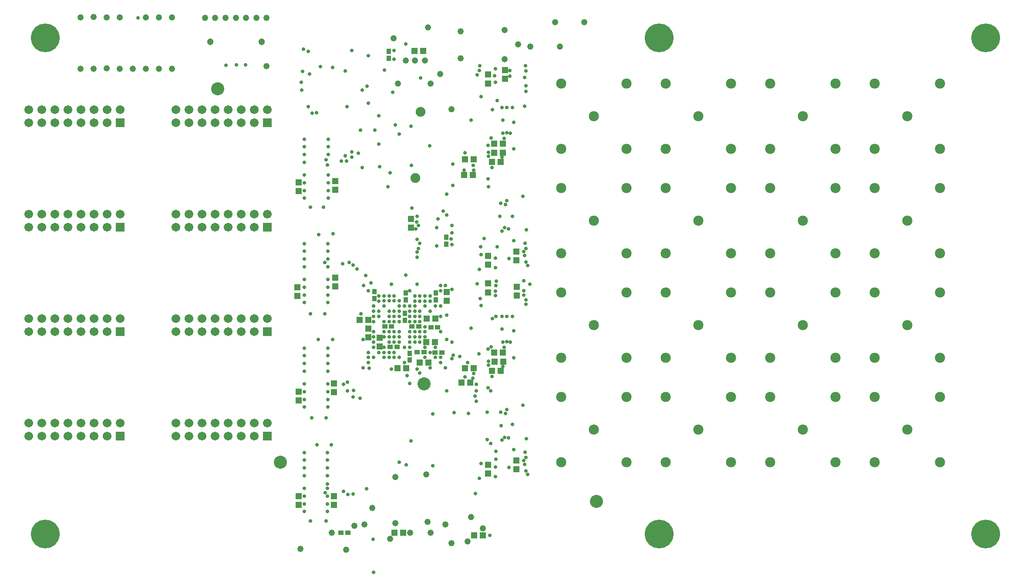
<source format=gbs>
%FSLAX24Y24*%
%MOIN*%
G70*
G01*
G75*
G04 Layer_Color=16711935*
G04 Layer_Color=16711935*
%ADD10R,0.0787X0.0472*%
%ADD11R,0.1240X0.1360*%
%ADD12R,0.0945X0.1024*%
%ADD13R,0.1000X0.1400*%
%ADD14R,0.0300X0.0600*%
%ADD15R,0.0492X0.0165*%
%ADD16C,0.0177*%
%ADD17R,0.0433X0.0394*%
%ADD18R,0.0650X0.0118*%
%ADD19R,0.0472X0.0787*%
%ADD20R,0.0512X0.0630*%
%ADD21R,0.0630X0.0709*%
%ADD22R,0.0787X0.0551*%
%ADD23R,0.0748X0.0197*%
%ADD24R,0.0197X0.0748*%
%ADD25R,0.0709X0.0630*%
%ADD26R,0.0394X0.0433*%
%ADD27R,0.0945X0.0354*%
%ADD28R,0.0669X0.0177*%
%ADD29R,0.0669X0.0177*%
%ADD30R,0.0098X0.0256*%
%ADD31R,0.0472X0.0472*%
%ADD32R,0.1024X0.0945*%
%ADD33C,0.0400*%
%ADD34R,0.0500X0.1449*%
%ADD35R,0.0394X0.1083*%
%ADD36C,0.0080*%
%ADD37C,0.0100*%
%ADD38C,0.0200*%
%ADD39C,0.0060*%
%ADD40C,0.0120*%
%ADD41C,0.0150*%
%ADD42C,0.0110*%
%ADD43C,0.0160*%
%ADD44C,0.0700*%
%ADD45C,0.0669*%
%ADD46C,0.0591*%
%ADD47R,0.0591X0.0591*%
%ADD48C,0.1600*%
%ADD49C,0.0433*%
%ADD50C,0.0200*%
%ADD51R,0.0276X0.0354*%
%ADD52R,0.0354X0.0276*%
%ADD53C,0.0098*%
%ADD54C,0.0079*%
%ADD55C,0.0040*%
%ADD56C,0.0070*%
%ADD57C,0.0600*%
%ADD58C,0.0025*%
%ADD59R,0.0867X0.0552*%
%ADD60R,0.1320X0.1440*%
%ADD61R,0.1025X0.1104*%
%ADD62R,0.1080X0.1480*%
%ADD63R,0.0380X0.0680*%
%ADD64R,0.0572X0.0245*%
%ADD65C,0.0217*%
%ADD66R,0.0513X0.0474*%
%ADD67R,0.0730X0.0198*%
%ADD68R,0.0552X0.0867*%
%ADD69R,0.0592X0.0710*%
%ADD70R,0.0710X0.0789*%
%ADD71R,0.0867X0.0631*%
%ADD72R,0.0828X0.0277*%
%ADD73R,0.0277X0.0828*%
%ADD74R,0.0789X0.0710*%
%ADD75R,0.0474X0.0513*%
%ADD76R,0.1025X0.0434*%
%ADD77R,0.0749X0.0257*%
%ADD78R,0.0749X0.0257*%
%ADD79R,0.0178X0.0336*%
%ADD80R,0.0552X0.0552*%
%ADD81R,0.1104X0.1025*%
%ADD82C,0.1000*%
%ADD83R,0.0580X0.1529*%
%ADD84R,0.0474X0.1163*%
%ADD85C,0.0780*%
%ADD86C,0.0749*%
%ADD87C,0.0671*%
%ADD88R,0.0671X0.0671*%
%ADD89C,0.2200*%
%ADD90C,0.0513*%
%ADD91C,0.0480*%
%ADD92C,0.0280*%
%ADD93R,0.0356X0.0434*%
%ADD94R,0.0434X0.0356*%
D66*
X63035Y64400D02*
D03*
X62365D02*
D03*
Y48400D02*
D03*
X63035D02*
D03*
X62415Y47730D02*
D03*
X63085D02*
D03*
X60800Y47200D02*
D03*
X60131D02*
D03*
X62867Y47000D02*
D03*
X60535Y46100D02*
D03*
X59865D02*
D03*
X62365Y63700D02*
D03*
X63035D02*
D03*
X60800Y63200D02*
D03*
X60131D02*
D03*
X60750Y62000D02*
D03*
X60081D02*
D03*
X62198Y63000D02*
D03*
X62867D02*
D03*
X62198Y47000D02*
D03*
X52735Y50900D02*
D03*
X52065D02*
D03*
X57835Y49200D02*
D03*
X57165D02*
D03*
X57885Y51000D02*
D03*
X57215D02*
D03*
X57352Y47650D02*
D03*
X56683D02*
D03*
X55652Y47200D02*
D03*
X54983D02*
D03*
X56265Y71500D02*
D03*
X56935D02*
D03*
X55417Y34600D02*
D03*
X54748D02*
D03*
X61517Y34400D02*
D03*
X60848D02*
D03*
D75*
X64093Y39465D02*
D03*
Y40134D02*
D03*
X61900Y39817D02*
D03*
Y39148D02*
D03*
Y53700D02*
D03*
Y53031D02*
D03*
X64100Y52765D02*
D03*
Y53435D02*
D03*
X61900Y55817D02*
D03*
Y55148D02*
D03*
X64093Y55465D02*
D03*
Y56134D02*
D03*
X61900Y69031D02*
D03*
Y69700D02*
D03*
X63200Y69365D02*
D03*
Y70035D02*
D03*
X50200Y60865D02*
D03*
Y61535D02*
D03*
X47400Y60765D02*
D03*
Y61435D02*
D03*
X47300Y52748D02*
D03*
Y53417D02*
D03*
X50200Y54152D02*
D03*
Y53483D02*
D03*
X50100Y46035D02*
D03*
Y45365D02*
D03*
X47400Y44748D02*
D03*
Y45417D02*
D03*
X50100Y36748D02*
D03*
Y37417D02*
D03*
X47400Y36748D02*
D03*
Y37417D02*
D03*
X53600Y49535D02*
D03*
Y48865D02*
D03*
X58750Y53035D02*
D03*
Y52365D02*
D03*
X52750Y50235D02*
D03*
Y49565D02*
D03*
X56000Y58635D02*
D03*
Y57965D02*
D03*
D82*
X41200Y68600D02*
D03*
X46000Y40000D02*
D03*
X70200Y37000D02*
D03*
X57000Y46000D02*
D03*
D85*
X94000Y50500D02*
D03*
X91500Y48000D02*
D03*
X96500D02*
D03*
Y53000D02*
D03*
X91500D02*
D03*
X67500Y45000D02*
D03*
Y61000D02*
D03*
X75500Y45000D02*
D03*
Y61000D02*
D03*
X83500Y45000D02*
D03*
Y61000D02*
D03*
X91500Y45000D02*
D03*
Y61000D02*
D03*
X67500Y53000D02*
D03*
Y69000D02*
D03*
X75500Y53000D02*
D03*
Y69000D02*
D03*
X83500Y53000D02*
D03*
Y69000D02*
D03*
X91500D02*
D03*
X96500D02*
D03*
Y64000D02*
D03*
X91500D02*
D03*
X94000Y66500D02*
D03*
X88500Y69000D02*
D03*
Y64000D02*
D03*
X83500D02*
D03*
X86000Y66500D02*
D03*
X80500Y69000D02*
D03*
Y64000D02*
D03*
X75500D02*
D03*
X78000Y66500D02*
D03*
X72500Y69000D02*
D03*
Y64000D02*
D03*
X67500D02*
D03*
X70000Y66500D02*
D03*
X96500Y61000D02*
D03*
Y56000D02*
D03*
X91500D02*
D03*
X94000Y58500D02*
D03*
X88500Y61000D02*
D03*
Y56000D02*
D03*
X83500D02*
D03*
X86000Y58500D02*
D03*
X80500Y61000D02*
D03*
Y56000D02*
D03*
X75500D02*
D03*
X78000Y58500D02*
D03*
X72500Y61000D02*
D03*
Y56000D02*
D03*
X67500D02*
D03*
X70000Y58500D02*
D03*
X72500Y45000D02*
D03*
Y40000D02*
D03*
X67500D02*
D03*
X70000Y42500D02*
D03*
X80500Y45000D02*
D03*
Y40000D02*
D03*
X75500D02*
D03*
X78000Y42500D02*
D03*
X88500Y45000D02*
D03*
Y40000D02*
D03*
X83500D02*
D03*
X86000Y42500D02*
D03*
X96500Y45000D02*
D03*
Y40000D02*
D03*
X91500D02*
D03*
X94000Y42500D02*
D03*
X72500Y53000D02*
D03*
Y48000D02*
D03*
X67500D02*
D03*
X70000Y50500D02*
D03*
X80500Y53000D02*
D03*
Y48000D02*
D03*
X75500D02*
D03*
X78000Y50500D02*
D03*
X88500Y53000D02*
D03*
Y48000D02*
D03*
X83500D02*
D03*
X86000Y50500D02*
D03*
D86*
X56356Y61782D02*
D03*
X56750Y66833D02*
D03*
D87*
X38000Y67000D02*
D03*
Y66000D02*
D03*
X39000Y67000D02*
D03*
Y66000D02*
D03*
X40000Y67000D02*
D03*
Y66000D02*
D03*
X41000Y67000D02*
D03*
Y66000D02*
D03*
X42000Y67000D02*
D03*
Y66000D02*
D03*
X43000Y67000D02*
D03*
Y66000D02*
D03*
X44000Y67000D02*
D03*
Y66000D02*
D03*
X45000Y67000D02*
D03*
X26750D02*
D03*
Y66000D02*
D03*
X27750Y67000D02*
D03*
Y66000D02*
D03*
X28750Y67000D02*
D03*
Y66000D02*
D03*
X29750Y67000D02*
D03*
Y66000D02*
D03*
X30750Y67000D02*
D03*
Y66000D02*
D03*
X31750Y67000D02*
D03*
Y66000D02*
D03*
X32750Y67000D02*
D03*
Y66000D02*
D03*
X33750Y67000D02*
D03*
X38000Y59000D02*
D03*
Y58000D02*
D03*
X39000Y59000D02*
D03*
Y58000D02*
D03*
X40000Y59000D02*
D03*
Y58000D02*
D03*
X41000Y59000D02*
D03*
Y58000D02*
D03*
X42000Y59000D02*
D03*
Y58000D02*
D03*
X43000Y59000D02*
D03*
Y58000D02*
D03*
X44000Y59000D02*
D03*
Y58000D02*
D03*
X45000Y59000D02*
D03*
X26750D02*
D03*
Y58000D02*
D03*
X27750Y59000D02*
D03*
Y58000D02*
D03*
X28750Y59000D02*
D03*
Y58000D02*
D03*
X29750Y59000D02*
D03*
Y58000D02*
D03*
X30750Y59000D02*
D03*
Y58000D02*
D03*
X31750Y59000D02*
D03*
Y58000D02*
D03*
X32750Y59000D02*
D03*
Y58000D02*
D03*
X33750Y59000D02*
D03*
X38000Y51000D02*
D03*
Y50000D02*
D03*
X39000Y51000D02*
D03*
Y50000D02*
D03*
X40000Y51000D02*
D03*
Y50000D02*
D03*
X41000Y51000D02*
D03*
Y50000D02*
D03*
X42000Y51000D02*
D03*
Y50000D02*
D03*
X43000Y51000D02*
D03*
Y50000D02*
D03*
X44000Y51000D02*
D03*
Y50000D02*
D03*
X45000Y51000D02*
D03*
X26750D02*
D03*
Y50000D02*
D03*
X27750Y51000D02*
D03*
Y50000D02*
D03*
X28750Y51000D02*
D03*
Y50000D02*
D03*
X29750Y51000D02*
D03*
Y50000D02*
D03*
X30750Y51000D02*
D03*
Y50000D02*
D03*
X31750Y51000D02*
D03*
Y50000D02*
D03*
X32750Y51000D02*
D03*
Y50000D02*
D03*
X33750Y51000D02*
D03*
X38000Y43000D02*
D03*
Y42000D02*
D03*
X39000Y43000D02*
D03*
Y42000D02*
D03*
X40000Y43000D02*
D03*
Y42000D02*
D03*
X41000Y43000D02*
D03*
Y42000D02*
D03*
X42000Y43000D02*
D03*
Y42000D02*
D03*
X43000Y43000D02*
D03*
Y42000D02*
D03*
X44000Y43000D02*
D03*
Y42000D02*
D03*
X45000Y43000D02*
D03*
X26750D02*
D03*
Y42000D02*
D03*
X27750Y43000D02*
D03*
Y42000D02*
D03*
X28750Y43000D02*
D03*
Y42000D02*
D03*
X29750Y43000D02*
D03*
Y42000D02*
D03*
X30750Y43000D02*
D03*
Y42000D02*
D03*
X31750Y43000D02*
D03*
Y42000D02*
D03*
X32750Y43000D02*
D03*
Y42000D02*
D03*
X33750Y43000D02*
D03*
D88*
X45000Y66000D02*
D03*
X33750D02*
D03*
X45000Y58000D02*
D03*
X33750D02*
D03*
X45000Y50000D02*
D03*
X33750D02*
D03*
X45000Y42000D02*
D03*
X33750D02*
D03*
D89*
X75000Y34500D02*
D03*
Y72500D02*
D03*
X28000Y34500D02*
D03*
Y72500D02*
D03*
X100000Y34500D02*
D03*
Y72500D02*
D03*
D90*
X40631Y72200D02*
D03*
X44569D02*
D03*
D91*
X57500Y69000D02*
D03*
X55000D02*
D03*
X69295Y73724D02*
D03*
X67031D02*
D03*
X67425Y71854D02*
D03*
X65161D02*
D03*
X63192Y70870D02*
D03*
X64227Y72000D02*
D03*
X63190Y73131D02*
D03*
X59810Y70933D02*
D03*
Y73000D02*
D03*
X47539Y33366D02*
D03*
X51050Y33300D02*
D03*
X49954Y34600D02*
D03*
X51673Y35138D02*
D03*
X55958Y34600D02*
D03*
X54429Y34154D02*
D03*
X54823Y35335D02*
D03*
Y38878D02*
D03*
X57185Y39075D02*
D03*
X57283Y35433D02*
D03*
X57526Y34600D02*
D03*
X61516Y34941D02*
D03*
X60603Y35800D02*
D03*
X58661Y35236D02*
D03*
X60335Y33957D02*
D03*
X59100Y33813D02*
D03*
X53051Y36516D02*
D03*
X52461Y35236D02*
D03*
X59126Y67061D02*
D03*
X58231Y69754D02*
D03*
X57310Y73300D02*
D03*
X57087Y70768D02*
D03*
X56299D02*
D03*
X55600Y70778D02*
D03*
X54694Y72471D02*
D03*
X37700Y70150D02*
D03*
X36700D02*
D03*
X35700D02*
D03*
X34700D02*
D03*
X33700D02*
D03*
X32700Y70174D02*
D03*
X31700Y70150D02*
D03*
X30700D02*
D03*
Y74076D02*
D03*
X31700Y74100D02*
D03*
X32700Y74076D02*
D03*
X33700D02*
D03*
X35700D02*
D03*
X36700D02*
D03*
X37700D02*
D03*
X44962Y74039D02*
D03*
X44175D02*
D03*
X43387D02*
D03*
X42600D02*
D03*
X41813D02*
D03*
X41025D02*
D03*
X40238D02*
D03*
X44962Y70361D02*
D03*
D92*
X56750Y69432D02*
D03*
X52165Y51378D02*
D03*
X53150Y50787D02*
D03*
X55512Y51968D02*
D03*
X55118Y51575D02*
D03*
Y51181D02*
D03*
Y50787D02*
D03*
X54724Y51575D02*
D03*
X54331D02*
D03*
X54724Y51181D02*
D03*
X54331D02*
D03*
X53937Y50787D02*
D03*
X54331D02*
D03*
X54724D02*
D03*
X55118Y50000D02*
D03*
X54724D02*
D03*
X54331D02*
D03*
Y49606D02*
D03*
X54724D02*
D03*
X55118D02*
D03*
Y49213D02*
D03*
X54724D02*
D03*
X56693D02*
D03*
X55906D02*
D03*
Y49606D02*
D03*
X56299D02*
D03*
X56693D02*
D03*
X57089Y50396D02*
D03*
X57087Y50000D02*
D03*
X56693D02*
D03*
X56299D02*
D03*
X55906D02*
D03*
X56693Y50787D02*
D03*
Y51181D02*
D03*
Y51575D02*
D03*
X56299D02*
D03*
X55906D02*
D03*
Y51181D02*
D03*
X56299D02*
D03*
Y50787D02*
D03*
X55906D02*
D03*
X58760Y45472D02*
D03*
X60600Y50265D02*
D03*
X63042Y47343D02*
D03*
X61220Y48327D02*
D03*
X61909Y64272D02*
D03*
X53150Y31594D02*
D03*
X53100Y34105D02*
D03*
X56299Y49213D02*
D03*
X55512Y48819D02*
D03*
X55906D02*
D03*
X57677Y39764D02*
D03*
X55646Y39800D02*
D03*
X54528Y53642D02*
D03*
X55600Y72037D02*
D03*
X54708Y70883D02*
D03*
X54721Y71552D02*
D03*
X52756Y71161D02*
D03*
X53967Y70049D02*
D03*
X51476Y71555D02*
D03*
X58268Y53543D02*
D03*
X53937Y50000D02*
D03*
X54331Y49213D02*
D03*
X53937Y48819D02*
D03*
X53543Y48425D02*
D03*
X55512Y47638D02*
D03*
X55906Y46063D02*
D03*
X56693Y46850D02*
D03*
X52268Y68500D02*
D03*
X58661Y47244D02*
D03*
X56496Y47146D02*
D03*
X57087Y48819D02*
D03*
X57480Y48425D02*
D03*
X60335Y47638D02*
D03*
X61024Y45965D02*
D03*
X59154Y49213D02*
D03*
X59744Y48130D02*
D03*
X61024Y45472D02*
D03*
X58760Y49409D02*
D03*
X59252Y48228D02*
D03*
X60925Y45079D02*
D03*
X53543Y64370D02*
D03*
X52756Y67520D02*
D03*
X59154Y47933D02*
D03*
X61030Y44679D02*
D03*
X53937Y51968D02*
D03*
X53543Y52362D02*
D03*
X60750Y46435D02*
D03*
X58268Y50000D02*
D03*
X58760Y58957D02*
D03*
X54232Y61122D02*
D03*
X58268Y48032D02*
D03*
X54823Y65846D02*
D03*
X58465Y59252D02*
D03*
X53600Y62640D02*
D03*
X52657Y68799D02*
D03*
X57874Y48032D02*
D03*
X58268Y47638D02*
D03*
X53543Y66535D02*
D03*
X57480Y52756D02*
D03*
X57087Y52362D02*
D03*
X55118Y65157D02*
D03*
X52953Y53740D02*
D03*
X53543Y52756D02*
D03*
X54400Y62176D02*
D03*
X48140Y67235D02*
D03*
X54600Y68333D02*
D03*
X53251Y65450D02*
D03*
X52149Y65436D02*
D03*
X51098Y67240D02*
D03*
X48770Y66782D02*
D03*
X48455Y66762D02*
D03*
X47638Y68504D02*
D03*
X47602Y69130D02*
D03*
X49085Y70305D02*
D03*
X50030Y70246D02*
D03*
X48140Y71467D02*
D03*
X57087Y49606D02*
D03*
X61909Y48678D02*
D03*
X61319Y52559D02*
D03*
X62500Y40256D02*
D03*
X62106Y45472D02*
D03*
Y41437D02*
D03*
X62500Y53543D02*
D03*
Y51181D02*
D03*
Y40846D02*
D03*
X62557Y53896D02*
D03*
X57480Y51575D02*
D03*
X57874Y51968D02*
D03*
X58268D02*
D03*
X61350Y56500D02*
D03*
X61250Y70000D02*
D03*
X61950Y61100D02*
D03*
X62600Y56500D02*
D03*
X62490Y70140D02*
D03*
X61600Y57150D02*
D03*
X61296Y70396D02*
D03*
X59300Y43800D02*
D03*
X60400Y43750D02*
D03*
X60138Y46555D02*
D03*
X60800Y46800D02*
D03*
X64650Y52800D02*
D03*
Y53150D02*
D03*
Y53900D02*
D03*
X65100Y53650D02*
D03*
X63629Y49203D02*
D03*
X64800Y52450D02*
D03*
Y52100D02*
D03*
X63136Y48810D02*
D03*
X62497Y39657D02*
D03*
Y38918D02*
D03*
X64647Y40134D02*
D03*
X64711Y39853D02*
D03*
X63530Y39607D02*
D03*
X62471Y52770D02*
D03*
X64760Y40788D02*
D03*
X62890Y43839D02*
D03*
X63235Y43741D02*
D03*
X64810Y40395D02*
D03*
X63333Y44036D02*
D03*
X63875Y40985D02*
D03*
X64810Y39361D02*
D03*
X63481Y41871D02*
D03*
X64957Y39066D02*
D03*
X62989Y41723D02*
D03*
X64564Y44381D02*
D03*
X61900Y45703D02*
D03*
X61955Y47432D02*
D03*
X63891Y48006D02*
D03*
X62989Y51172D02*
D03*
X63335Y51170D02*
D03*
X63776Y51172D02*
D03*
X63038Y49203D02*
D03*
X64859Y41822D02*
D03*
X61932Y47750D02*
D03*
X61244Y38798D02*
D03*
X61365Y39903D02*
D03*
X62251Y51024D02*
D03*
X61365Y52008D02*
D03*
X61070Y53681D02*
D03*
X61932Y63750D02*
D03*
X63136Y64810D02*
D03*
X59200Y62841D02*
D03*
X60131Y63723D02*
D03*
X60081Y62394D02*
D03*
X59200Y61217D02*
D03*
X62251Y67024D02*
D03*
X61365Y55903D02*
D03*
X61244Y54798D02*
D03*
X62497Y55657D02*
D03*
Y54918D02*
D03*
X63875Y56985D02*
D03*
X64859Y57822D02*
D03*
X63530Y55607D02*
D03*
X61955Y63432D02*
D03*
X61900Y61703D02*
D03*
X60774Y62743D02*
D03*
X60824Y62398D02*
D03*
X61365Y68008D02*
D03*
X61070Y69681D02*
D03*
X62608Y67700D02*
D03*
X64711Y67270D02*
D03*
X62471Y69116D02*
D03*
X62402Y69628D02*
D03*
X63579Y70026D02*
D03*
X64711Y69485D02*
D03*
X63579Y69583D02*
D03*
X64647Y56134D02*
D03*
X64711Y55853D02*
D03*
X63891Y64006D02*
D03*
X64564Y60381D02*
D03*
X62890Y59839D02*
D03*
X63235Y59741D02*
D03*
X63333Y60036D02*
D03*
X63481Y57871D02*
D03*
X62989Y57723D02*
D03*
X64760Y56788D02*
D03*
X64810Y56395D02*
D03*
Y55361D02*
D03*
X64957Y55066D02*
D03*
X63038Y65203D02*
D03*
X63629D02*
D03*
X62989Y67172D02*
D03*
X63776D02*
D03*
X64810Y68402D02*
D03*
Y68845D02*
D03*
Y69977D02*
D03*
X64784Y70396D02*
D03*
X63335Y67170D02*
D03*
X55118Y48032D02*
D03*
X54724Y48425D02*
D03*
X55118Y40010D02*
D03*
X52608Y37992D02*
D03*
X54724Y48032D02*
D03*
X54331Y48032D02*
D03*
Y48425D02*
D03*
X53937Y48032D02*
D03*
Y48425D02*
D03*
X51575Y37598D02*
D03*
X51181Y37549D02*
D03*
X52756Y47638D02*
D03*
X52362Y47244D02*
D03*
X50837Y37795D02*
D03*
X49459Y37697D02*
D03*
X49622Y38008D02*
D03*
X49606Y38337D02*
D03*
X49622Y36236D02*
D03*
Y36827D02*
D03*
Y37417D02*
D03*
Y38992D02*
D03*
Y39583D02*
D03*
Y40173D02*
D03*
Y40764D02*
D03*
X54528Y47146D02*
D03*
X52756Y48032D02*
D03*
Y48425D02*
D03*
X53150Y48819D02*
D03*
X52335Y49409D02*
D03*
X53150Y49213D02*
D03*
Y49606D02*
D03*
Y50000D02*
D03*
X52116Y44931D02*
D03*
X51575Y45030D02*
D03*
X51624Y45522D02*
D03*
X51132Y45472D02*
D03*
Y46161D02*
D03*
X50837Y45965D02*
D03*
X49639Y44236D02*
D03*
Y44827D02*
D03*
Y45417D02*
D03*
Y46008D02*
D03*
Y46992D02*
D03*
Y47583D02*
D03*
Y48173D02*
D03*
Y48764D02*
D03*
X53152Y51971D02*
D03*
X53546Y51577D02*
D03*
X53152D02*
D03*
X53546Y51184D02*
D03*
X53152D02*
D03*
X51577Y55121D02*
D03*
X51282Y55318D02*
D03*
X50790Y55219D02*
D03*
X49412Y55318D02*
D03*
X49639Y52236D02*
D03*
Y52827D02*
D03*
Y53417D02*
D03*
Y54008D02*
D03*
Y54992D02*
D03*
Y55583D02*
D03*
Y56173D02*
D03*
Y56764D02*
D03*
X52758Y53152D02*
D03*
X52365Y53546D02*
D03*
X49612Y62795D02*
D03*
X50691Y63094D02*
D03*
X51085D02*
D03*
X50987Y63487D02*
D03*
X51479Y63389D02*
D03*
Y63783D02*
D03*
X53940Y52365D02*
D03*
Y52758D02*
D03*
X54333Y52365D02*
D03*
Y52758D02*
D03*
X54727Y52365D02*
D03*
Y52758D02*
D03*
X51971Y63684D02*
D03*
X55121Y52365D02*
D03*
X55118Y51968D02*
D03*
X52264Y62598D02*
D03*
X56496Y53642D02*
D03*
X57972Y56594D02*
D03*
X56496Y57087D02*
D03*
X57087Y52756D02*
D03*
X56693D02*
D03*
X56299D02*
D03*
X56455Y58407D02*
D03*
X56496Y58858D02*
D03*
X56494Y56104D02*
D03*
X56496Y55709D02*
D03*
X56057Y62750D02*
D03*
X57459Y64250D02*
D03*
X56004Y65748D02*
D03*
X56065Y59486D02*
D03*
X58760Y60532D02*
D03*
X56693Y56791D02*
D03*
X56594Y56398D02*
D03*
X56299Y52362D02*
D03*
X56693D02*
D03*
X56376Y57896D02*
D03*
X56594Y58149D02*
D03*
X59154Y57579D02*
D03*
Y56693D02*
D03*
X59096Y57128D02*
D03*
X59136Y58152D02*
D03*
X57972Y57972D02*
D03*
X58071Y58661D02*
D03*
X56299Y51968D02*
D03*
X55906Y53150D02*
D03*
Y51968D02*
D03*
X58268Y53150D02*
D03*
X58661Y53543D02*
D03*
X57480Y52362D02*
D03*
X57087Y51968D02*
D03*
X47835Y64173D02*
D03*
Y63583D02*
D03*
Y62992D02*
D03*
Y62008D02*
D03*
Y61417D02*
D03*
Y60827D02*
D03*
Y60236D02*
D03*
X49665D02*
D03*
Y60827D02*
D03*
Y61417D02*
D03*
Y62008D02*
D03*
Y63583D02*
D03*
Y64173D02*
D03*
Y64764D02*
D03*
X47835Y52236D02*
D03*
Y52827D02*
D03*
Y53417D02*
D03*
Y54008D02*
D03*
Y54992D02*
D03*
Y55583D02*
D03*
Y56173D02*
D03*
Y56764D02*
D03*
X47861Y44236D02*
D03*
Y44827D02*
D03*
Y45417D02*
D03*
Y46008D02*
D03*
Y46992D02*
D03*
Y47583D02*
D03*
Y48173D02*
D03*
Y48764D02*
D03*
Y36236D02*
D03*
Y36827D02*
D03*
Y37417D02*
D03*
Y38008D02*
D03*
Y38992D02*
D03*
Y39583D02*
D03*
Y40173D02*
D03*
Y40764D02*
D03*
X49311Y59547D02*
D03*
X48327D02*
D03*
X48949Y57449D02*
D03*
X50051Y57531D02*
D03*
X48327Y51378D02*
D03*
X49409D02*
D03*
X48917Y49409D02*
D03*
X50000Y49409D02*
D03*
X49508Y43406D02*
D03*
X48425D02*
D03*
X48819Y41339D02*
D03*
X49902D02*
D03*
X49508Y35531D02*
D03*
X48327D02*
D03*
X56000Y41638D02*
D03*
X57677Y43701D02*
D03*
X55709Y46654D02*
D03*
X50984Y69980D02*
D03*
X51870Y54823D02*
D03*
X52559Y54331D02*
D03*
X47835Y64764D02*
D03*
X49508Y63169D02*
D03*
X62057Y34400D02*
D03*
X60932Y37606D02*
D03*
X62478Y53128D02*
D03*
X60600Y66210D02*
D03*
X62992Y63386D02*
D03*
X62152Y48859D02*
D03*
Y64859D02*
D03*
X62201Y46595D02*
D03*
X63333Y49252D02*
D03*
X62201Y62595D02*
D03*
X63333Y65252D02*
D03*
X63186Y57969D02*
D03*
X63189Y41929D02*
D03*
X62995Y50200D02*
D03*
X63878Y50098D02*
D03*
X63032Y66200D02*
D03*
X63878Y66043D02*
D03*
X62804Y58850D02*
D03*
X63780Y58858D02*
D03*
X62899Y42820D02*
D03*
X63780Y42913D02*
D03*
X58763Y51282D02*
D03*
X58271Y51184D02*
D03*
X59156Y53251D02*
D03*
X55613Y54333D02*
D03*
X57877Y48821D02*
D03*
X57483Y47246D02*
D03*
X57089Y48034D02*
D03*
X48250Y69750D02*
D03*
X35100Y74050D02*
D03*
X47794Y71644D02*
D03*
X43350Y70450D02*
D03*
X42650D02*
D03*
X47700Y69950D02*
D03*
X41850Y70400D02*
D03*
X61850Y43850D02*
D03*
Y41750D02*
D03*
X53150Y48050D02*
D03*
X52800Y47200D02*
D03*
X53950Y49600D02*
D03*
D93*
X58700Y57238D02*
D03*
Y56727D02*
D03*
X53200Y52562D02*
D03*
Y53073D02*
D03*
X57900Y52462D02*
D03*
Y52973D02*
D03*
X55550Y51406D02*
D03*
Y50894D02*
D03*
X55900Y48356D02*
D03*
Y47844D02*
D03*
X55600Y52462D02*
D03*
Y52973D02*
D03*
X54300Y71473D02*
D03*
Y70962D02*
D03*
D94*
X57862Y48400D02*
D03*
X58373D02*
D03*
X54938Y48850D02*
D03*
X54427D02*
D03*
X54012Y50400D02*
D03*
X54523D02*
D03*
X56494Y48450D02*
D03*
X57006D02*
D03*
X57544Y50350D02*
D03*
X58056D02*
D03*
X56606Y50400D02*
D03*
X56094D02*
D03*
X51173Y34600D02*
D03*
X50662D02*
D03*
M02*

</source>
